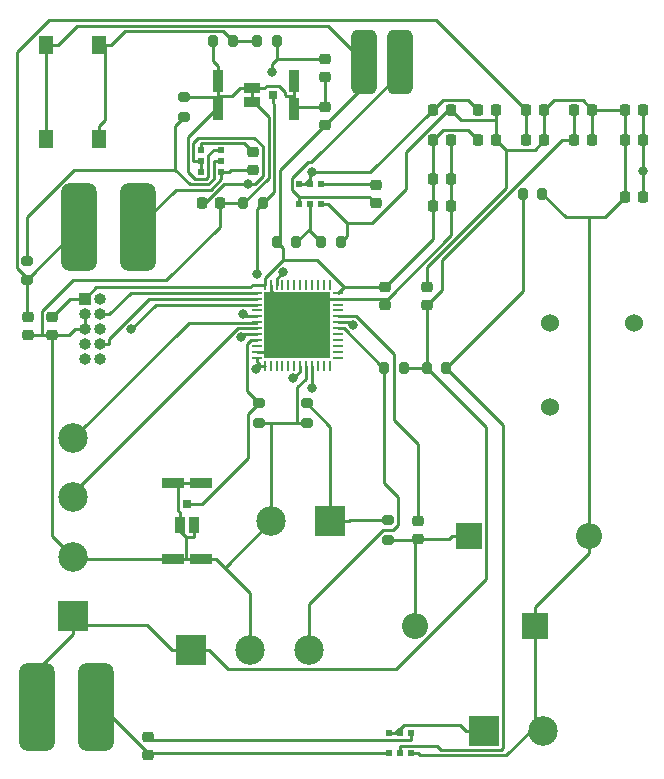
<source format=gbr>
%TF.GenerationSoftware,KiCad,Pcbnew,(6.0.8)*%
%TF.CreationDate,2023-02-22T01:01:06+01:00*%
%TF.ProjectId,EECD-22-7,45454344-2d32-4322-9d37-2e6b69636164,rev?*%
%TF.SameCoordinates,Original*%
%TF.FileFunction,Copper,L1,Top*%
%TF.FilePolarity,Positive*%
%FSLAX46Y46*%
G04 Gerber Fmt 4.6, Leading zero omitted, Abs format (unit mm)*
G04 Created by KiCad (PCBNEW (6.0.8)) date 2023-02-22 01:01:06*
%MOMM*%
%LPD*%
G01*
G04 APERTURE LIST*
G04 Aperture macros list*
%AMRoundRect*
0 Rectangle with rounded corners*
0 $1 Rounding radius*
0 $2 $3 $4 $5 $6 $7 $8 $9 X,Y pos of 4 corners*
0 Add a 4 corners polygon primitive as box body*
4,1,4,$2,$3,$4,$5,$6,$7,$8,$9,$2,$3,0*
0 Add four circle primitives for the rounded corners*
1,1,$1+$1,$2,$3*
1,1,$1+$1,$4,$5*
1,1,$1+$1,$6,$7*
1,1,$1+$1,$8,$9*
0 Add four rect primitives between the rounded corners*
20,1,$1+$1,$2,$3,$4,$5,0*
20,1,$1+$1,$4,$5,$6,$7,0*
20,1,$1+$1,$6,$7,$8,$9,0*
20,1,$1+$1,$8,$9,$2,$3,0*%
G04 Aperture macros list end*
%TA.AperFunction,ComponentPad*%
%ADD10R,2.500000X2.500000*%
%TD*%
%TA.AperFunction,ComponentPad*%
%ADD11C,2.500000*%
%TD*%
%TA.AperFunction,SMDPad,CuDef*%
%ADD12RoundRect,0.225000X-0.250000X0.225000X-0.250000X-0.225000X0.250000X-0.225000X0.250000X0.225000X0*%
%TD*%
%TA.AperFunction,ComponentPad*%
%ADD13R,2.200000X2.200000*%
%TD*%
%TA.AperFunction,ComponentPad*%
%ADD14O,2.200000X2.200000*%
%TD*%
%TA.AperFunction,SMDPad,CuDef*%
%ADD15RoundRect,0.225000X-0.225000X-0.250000X0.225000X-0.250000X0.225000X0.250000X-0.225000X0.250000X0*%
%TD*%
%TA.AperFunction,SMDPad,CuDef*%
%ADD16RoundRect,0.225000X0.250000X-0.225000X0.250000X0.225000X-0.250000X0.225000X-0.250000X-0.225000X0*%
%TD*%
%TA.AperFunction,ComponentPad*%
%ADD17R,1.000000X1.000000*%
%TD*%
%TA.AperFunction,ComponentPad*%
%ADD18O,1.000000X1.000000*%
%TD*%
%TA.AperFunction,SMDPad,CuDef*%
%ADD19RoundRect,0.200000X-0.200000X-0.275000X0.200000X-0.275000X0.200000X0.275000X-0.200000X0.275000X0*%
%TD*%
%TA.AperFunction,SMDPad,CuDef*%
%ADD20RoundRect,0.200000X0.200000X0.275000X-0.200000X0.275000X-0.200000X-0.275000X0.200000X-0.275000X0*%
%TD*%
%TA.AperFunction,ComponentPad*%
%ADD21C,1.524000*%
%TD*%
%TA.AperFunction,SMDPad,CuDef*%
%ADD22RoundRect,0.200000X0.275000X-0.200000X0.275000X0.200000X-0.275000X0.200000X-0.275000X-0.200000X0*%
%TD*%
%TA.AperFunction,SMDPad,CuDef*%
%ADD23RoundRect,0.225000X0.225000X0.250000X-0.225000X0.250000X-0.225000X-0.250000X0.225000X-0.250000X0*%
%TD*%
%TA.AperFunction,SMDPad,CuDef*%
%ADD24RoundRect,0.750000X0.750000X3.000000X-0.750000X3.000000X-0.750000X-3.000000X0.750000X-3.000000X0*%
%TD*%
%TA.AperFunction,SMDPad,CuDef*%
%ADD25R,1.300000X1.550000*%
%TD*%
%TA.AperFunction,SMDPad,CuDef*%
%ADD26R,0.500000X0.625000*%
%TD*%
%TA.AperFunction,SMDPad,CuDef*%
%ADD27RoundRect,0.537500X0.537500X2.212500X-0.537500X2.212500X-0.537500X-2.212500X0.537500X-2.212500X0*%
%TD*%
%TA.AperFunction,SMDPad,CuDef*%
%ADD28RoundRect,0.062500X0.062500X-0.375000X0.062500X0.375000X-0.062500X0.375000X-0.062500X-0.375000X0*%
%TD*%
%TA.AperFunction,SMDPad,CuDef*%
%ADD29RoundRect,0.062500X0.375000X-0.062500X0.375000X0.062500X-0.375000X0.062500X-0.375000X-0.062500X0*%
%TD*%
%TA.AperFunction,SMDPad,CuDef*%
%ADD30R,5.600000X5.600000*%
%TD*%
%TA.AperFunction,SMDPad,CuDef*%
%ADD31R,0.625000X0.500000*%
%TD*%
%TA.AperFunction,SMDPad,CuDef*%
%ADD32RoundRect,0.200000X-0.275000X0.200000X-0.275000X-0.200000X0.275000X-0.200000X0.275000X0.200000X0*%
%TD*%
%TA.AperFunction,SMDPad,CuDef*%
%ADD33R,0.900000X1.850000*%
%TD*%
%TA.AperFunction,SMDPad,CuDef*%
%ADD34R,0.750000X0.750000*%
%TD*%
%TA.AperFunction,SMDPad,CuDef*%
%ADD35R,1.450000X0.870000*%
%TD*%
%TA.AperFunction,SMDPad,CuDef*%
%ADD36R,1.850000X0.900000*%
%TD*%
%TA.AperFunction,SMDPad,CuDef*%
%ADD37R,0.870000X1.450000*%
%TD*%
%TA.AperFunction,ViaPad*%
%ADD38C,0.800000*%
%TD*%
%TA.AperFunction,Conductor*%
%ADD39C,0.250000*%
%TD*%
G04 APERTURE END LIST*
D10*
%TO.P,J3,1,Pin_1*%
%TO.N,+BATT*%
X131866000Y-145034000D03*
D11*
%TO.P,J3,2,Pin_2*%
%TO.N,GND12V*%
X136866000Y-145034000D03*
%TD*%
D12*
%TO.P,C7,1*%
%TO.N,+3.3V*%
X95250000Y-109969000D03*
%TO.P,C7,2*%
%TO.N,GND12V*%
X95250000Y-111519000D03*
%TD*%
D13*
%TO.P,D1,1,K*%
%TO.N,GND12V*%
X136144000Y-136144000D03*
D14*
%TO.P,D1,2,A*%
%TO.N,Net-(C5-Pad2)*%
X125984000Y-136144000D03*
%TD*%
D15*
%TO.P,C20,1*%
%TO.N,+3.3V*%
X127508000Y-94996000D03*
%TO.P,C20,2*%
%TO.N,3.3V_GND*%
X129058000Y-94996000D03*
%TD*%
D16*
%TO.P,C15,1*%
%TO.N,+5V*%
X127000000Y-108979000D03*
%TO.P,C15,2*%
%TO.N,GND12V*%
X127000000Y-107429000D03*
%TD*%
D15*
%TO.P,C17,1*%
%TO.N,+BATT*%
X107937000Y-100330000D03*
%TO.P,C17,2*%
%TO.N,GND12V*%
X109487000Y-100330000D03*
%TD*%
D17*
%TO.P,J4,1,VTref*%
%TO.N,+3.3V*%
X98017000Y-108448000D03*
D18*
%TO.P,J4,2,SWDIO/TMS*%
%TO.N,SWDIO*%
X99287000Y-108448000D03*
%TO.P,J4,3,GND*%
%TO.N,GND12V*%
X98017000Y-109718000D03*
%TO.P,J4,4,SWDCLK/TCK*%
%TO.N,SWDLK*%
X99287000Y-109718000D03*
%TO.P,J4,5,GND*%
%TO.N,GND12V*%
X98017000Y-110988000D03*
%TO.P,J4,6,SWO/TDO*%
%TO.N,TDO*%
X99287000Y-110988000D03*
%TO.P,J4,7,KEY*%
%TO.N,unconnected-(J4-Pad7)*%
X98017000Y-112258000D03*
%TO.P,J4,8,NC/TDI*%
%TO.N,TDI*%
X99287000Y-112258000D03*
%TO.P,J4,9,GNDDetect*%
%TO.N,unconnected-(J4-Pad9)*%
X98017000Y-113528000D03*
%TO.P,J4,10,~{RESET}*%
%TO.N,RST*%
X99287000Y-113528000D03*
%TD*%
D15*
%TO.P,C23,1*%
%TO.N,+3.3V*%
X131318000Y-94996000D03*
%TO.P,C23,2*%
%TO.N,GND12V*%
X132868000Y-94996000D03*
%TD*%
D19*
%TO.P,R5,1*%
%TO.N,Net-(R4-Pad2)*%
X118047000Y-103632000D03*
%TO.P,R5,2*%
%TO.N,GND12V*%
X119697000Y-103632000D03*
%TD*%
D20*
%TO.P,R1,1*%
%TO.N,+5V*%
X125031000Y-114300000D03*
%TO.P,R1,2*%
%TO.N,temper*%
X123381000Y-114300000D03*
%TD*%
D21*
%TO.P,U1,1,IN_M12*%
%TO.N,Net-(U1-Pad1)*%
X144505000Y-110511000D03*
%TO.P,U1,2,OUT_PCB\u002C*%
%TO.N,pres*%
X137435000Y-110511000D03*
%TO.P,U1,3,GND_M12*%
%TO.N,Net-(U1-Pad3)*%
X137435000Y-117581000D03*
%TD*%
D19*
%TO.P,R10,1*%
%TO.N,Net-(R10-Pad1)*%
X135128000Y-99568000D03*
%TO.P,R10,2*%
%TO.N,GND12V*%
X136778000Y-99568000D03*
%TD*%
D22*
%TO.P,R11,1*%
%TO.N,GND12V*%
X112776000Y-118935000D03*
%TO.P,R11,2*%
%TO.N,peri_power_2*%
X112776000Y-117285000D03*
%TD*%
D20*
%TO.P,R13,1*%
%TO.N,Net-(R12-Pad2)*%
X110553000Y-86614000D03*
%TO.P,R13,2*%
%TO.N,GND12V*%
X108903000Y-86614000D03*
%TD*%
D16*
%TO.P,C18,1*%
%TO.N,GND12V*%
X118364000Y-89688000D03*
%TO.P,C18,2*%
%TO.N,Net-(C18-Pad2)*%
X118364000Y-88138000D03*
%TD*%
D23*
%TO.P,C9,1*%
%TO.N,+BATT*%
X145301000Y-99822000D03*
%TO.P,C9,2*%
%TO.N,GND12V*%
X143751000Y-99822000D03*
%TD*%
D24*
%TO.P,L2,1,1*%
%TO.N,Net-(C10-Pad1)*%
X102576000Y-102362000D03*
%TO.P,L2,2,2*%
%TO.N,+12V*%
X97576000Y-102362000D03*
%TD*%
D15*
%TO.P,C4,1*%
%TO.N,+5V*%
X139446000Y-92456000D03*
%TO.P,C4,2*%
%TO.N,GND12V*%
X140996000Y-92456000D03*
%TD*%
%TO.P,C2,1*%
%TO.N,+12V*%
X135382000Y-94996000D03*
%TO.P,C2,2*%
%TO.N,GND12V*%
X136932000Y-94996000D03*
%TD*%
D13*
%TO.P,D2,1,K*%
%TO.N,Net-(C5-Pad2)*%
X130556000Y-128524000D03*
D14*
%TO.P,D2,2,A*%
%TO.N,GND12V*%
X140716000Y-128524000D03*
%TD*%
D15*
%TO.P,C13,1*%
%TO.N,+BATT*%
X127482000Y-92456000D03*
%TO.P,C13,2*%
%TO.N,GND12V*%
X129032000Y-92456000D03*
%TD*%
D25*
%TO.P,SW1,1,1*%
%TO.N,+3.3V*%
X94778000Y-94907000D03*
X94778000Y-86957000D03*
%TO.P,SW1,2,2*%
%TO.N,Net-(R12-Pad2)*%
X99278000Y-94907000D03*
X99278000Y-86957000D03*
%TD*%
D16*
%TO.P,C10,1*%
%TO.N,Net-(C10-Pad1)*%
X112268000Y-97549000D03*
%TO.P,C10,2*%
%TO.N,Net-(C10-Pad2)*%
X112268000Y-95999000D03*
%TD*%
D15*
%TO.P,C21,1*%
%TO.N,+3.3V*%
X127495000Y-98298000D03*
%TO.P,C21,2*%
%TO.N,3.3V_GND*%
X129045000Y-98298000D03*
%TD*%
D19*
%TO.P,R9,1*%
%TO.N,+5V*%
X127000000Y-114300000D03*
%TO.P,R9,2*%
%TO.N,Net-(R10-Pad1)*%
X128650000Y-114300000D03*
%TD*%
D16*
%TO.P,C6,1*%
%TO.N,Net-(C6-Pad1)*%
X122682000Y-100356000D03*
%TO.P,C6,2*%
%TO.N,Net-(C6-Pad2)*%
X122682000Y-98806000D03*
%TD*%
D26*
%TO.P,U7,1,CB*%
%TO.N,Net-(C6-Pad2)*%
X118044000Y-98693000D03*
%TO.P,U7,2,VIN*%
%TO.N,+BATT*%
X117094000Y-98693000D03*
%TO.P,U7,3,EN*%
X116144000Y-98693000D03*
%TO.P,U7,4,SW*%
%TO.N,Net-(C6-Pad1)*%
X116144000Y-100443000D03*
%TO.P,U7,5,FB*%
%TO.N,Net-(R4-Pad2)*%
X117094000Y-100443000D03*
%TO.P,U7,6,GND*%
%TO.N,GND12V*%
X118044000Y-100443000D03*
%TD*%
D27*
%TO.P,L1,1,1*%
%TO.N,Net-(C6-Pad1)*%
X124690000Y-88392000D03*
%TO.P,L1,2,2*%
%TO.N,+3.3V*%
X121690000Y-88392000D03*
%TD*%
D22*
%TO.P,R6,1*%
%TO.N,+12V*%
X93140000Y-106857000D03*
%TO.P,R6,2*%
%TO.N,Net-(R6-Pad2)*%
X93140000Y-105207000D03*
%TD*%
D26*
%TO.P,U9,1,CB*%
%TO.N,Net-(C14-Pad2)*%
X125664000Y-145175000D03*
%TO.P,U9,2,VIN*%
%TO.N,+BATT*%
X124714000Y-145175000D03*
%TO.P,U9,3,EN*%
X123764000Y-145175000D03*
%TO.P,U9,4,SW*%
%TO.N,Net-(C14-Pad1)*%
X123764000Y-146925000D03*
%TO.P,U9,5,FB*%
%TO.N,Net-(R10-Pad1)*%
X124714000Y-146925000D03*
%TO.P,U9,6,GND*%
%TO.N,GND12V*%
X125664000Y-146925000D03*
%TD*%
D22*
%TO.P,R7,1*%
%TO.N,Net-(R6-Pad2)*%
X106426000Y-93027000D03*
%TO.P,R7,2*%
%TO.N,GND12V*%
X106426000Y-91377000D03*
%TD*%
D15*
%TO.P,C1,1*%
%TO.N,+5V*%
X139433000Y-94996000D03*
%TO.P,C1,2*%
%TO.N,GND12V*%
X140983000Y-94996000D03*
%TD*%
D28*
%TO.P,U10,1,VBAT*%
%TO.N,+3.3V*%
X113266000Y-114113500D03*
%TO.P,U10,2,PC13*%
%TO.N,unconnected-(U10-Pad2)*%
X113766000Y-114113500D03*
%TO.P,U10,3,PC14*%
%TO.N,unconnected-(U10-Pad3)*%
X114266000Y-114113500D03*
%TO.P,U10,4,PC15*%
%TO.N,unconnected-(U10-Pad4)*%
X114766000Y-114113500D03*
%TO.P,U10,5,PD0*%
%TO.N,unconnected-(U10-Pad5)*%
X115266000Y-114113500D03*
%TO.P,U10,6,PD1*%
%TO.N,unconnected-(U10-Pad6)*%
X115766000Y-114113500D03*
%TO.P,U10,7,NRST*%
%TO.N,RST*%
X116266000Y-114113500D03*
%TO.P,U10,8,VSSA*%
%TO.N,GND12V*%
X116766000Y-114113500D03*
%TO.P,U10,9,VDDA*%
%TO.N,+3.3V*%
X117266000Y-114113500D03*
%TO.P,U10,10,PA0*%
%TO.N,unconnected-(U10-Pad10)*%
X117766000Y-114113500D03*
%TO.P,U10,11,PA1*%
%TO.N,unconnected-(U10-Pad11)*%
X118266000Y-114113500D03*
%TO.P,U10,12,PA2*%
%TO.N,unconnected-(U10-Pad12)*%
X118766000Y-114113500D03*
D29*
%TO.P,U10,13,PA3*%
%TO.N,unconnected-(U10-Pad13)*%
X119453500Y-113426000D03*
%TO.P,U10,14,PA4*%
%TO.N,unconnected-(U10-Pad14)*%
X119453500Y-112926000D03*
%TO.P,U10,15,PA5*%
%TO.N,unconnected-(U10-Pad15)*%
X119453500Y-112426000D03*
%TO.P,U10,16,PA6*%
%TO.N,unconnected-(U10-Pad16)*%
X119453500Y-111926000D03*
%TO.P,U10,17,PA7*%
%TO.N,unconnected-(U10-Pad17)*%
X119453500Y-111426000D03*
%TO.P,U10,18,PB0*%
%TO.N,temper*%
X119453500Y-110926000D03*
%TO.P,U10,19,PB1*%
%TO.N,pres*%
X119453500Y-110426000D03*
%TO.P,U10,20,PB2*%
%TO.N,acoustic*%
X119453500Y-109926000D03*
%TO.P,U10,21,PB10*%
%TO.N,unconnected-(U10-Pad21)*%
X119453500Y-109426000D03*
%TO.P,U10,22,PB11*%
%TO.N,unconnected-(U10-Pad22)*%
X119453500Y-108926000D03*
%TO.P,U10,23,VSS*%
%TO.N,3.3V_GND*%
X119453500Y-108426000D03*
%TO.P,U10,24,VDD*%
%TO.N,+3.3V*%
X119453500Y-107926000D03*
D28*
%TO.P,U10,25,PB12*%
%TO.N,unconnected-(U10-Pad25)*%
X118766000Y-107238500D03*
%TO.P,U10,26,PB13*%
%TO.N,unconnected-(U10-Pad26)*%
X118266000Y-107238500D03*
%TO.P,U10,27,PB14*%
%TO.N,unconnected-(U10-Pad27)*%
X117766000Y-107238500D03*
%TO.P,U10,28,PB15*%
%TO.N,unconnected-(U10-Pad28)*%
X117266000Y-107238500D03*
%TO.P,U10,29,PA8*%
%TO.N,unconnected-(U10-Pad29)*%
X116766000Y-107238500D03*
%TO.P,U10,30,PA9*%
%TO.N,unconnected-(U10-Pad30)*%
X116266000Y-107238500D03*
%TO.P,U10,31,PA10*%
%TO.N,unconnected-(U10-Pad31)*%
X115766000Y-107238500D03*
%TO.P,U10,32,PA11*%
%TO.N,unconnected-(U10-Pad32)*%
X115266000Y-107238500D03*
%TO.P,U10,33,PA12*%
%TO.N,unconnected-(U10-Pad33)*%
X114766000Y-107238500D03*
%TO.P,U10,34,PA13*%
%TO.N,SWDIO*%
X114266000Y-107238500D03*
%TO.P,U10,35,VSS*%
%TO.N,3.3V_GND*%
X113766000Y-107238500D03*
%TO.P,U10,36,VDD*%
%TO.N,+3.3V*%
X113266000Y-107238500D03*
D29*
%TO.P,U10,37,PA14*%
%TO.N,SWDLK*%
X112578500Y-107926000D03*
%TO.P,U10,38,PA15*%
%TO.N,TDI*%
X112578500Y-108426000D03*
%TO.P,U10,39,PB3*%
%TO.N,TDO*%
X112578500Y-108926000D03*
%TO.P,U10,40,PB4*%
%TO.N,ch4_B*%
X112578500Y-109426000D03*
%TO.P,U10,41,PB5*%
%TO.N,peri_power_1*%
X112578500Y-109926000D03*
%TO.P,U10,42,PB6*%
%TO.N,I2C_1_CLK*%
X112578500Y-110426000D03*
%TO.P,U10,43,PB7*%
%TO.N,I2C_1_SDA*%
X112578500Y-110926000D03*
%TO.P,U10,44,BOOT0*%
%TO.N,Net-(C18-Pad2)*%
X112578500Y-111426000D03*
%TO.P,U10,45,PB8*%
%TO.N,peri_power_2*%
X112578500Y-111926000D03*
%TO.P,U10,46,PB9*%
%TO.N,ch4_A*%
X112578500Y-112426000D03*
%TO.P,U10,47,VSS*%
%TO.N,3.3V_GND*%
X112578500Y-112926000D03*
%TO.P,U10,48,VDD*%
%TO.N,+3.3V*%
X112578500Y-113426000D03*
D30*
%TO.P,U10,49,VSS*%
%TO.N,3.3V_GND*%
X116016000Y-110676000D03*
%TD*%
D10*
%TO.P,J1,1,Pin_1*%
%TO.N,+5V*%
X107014000Y-138176000D03*
D11*
%TO.P,J1,2,Pin_2*%
%TO.N,GND12V*%
X112014000Y-138176000D03*
%TO.P,J1,3,Pin_3*%
%TO.N,temper*%
X117014000Y-138176000D03*
%TD*%
D15*
%TO.P,C3,1*%
%TO.N,+12V*%
X135369000Y-92456000D03*
%TO.P,C3,2*%
%TO.N,GND12V*%
X136919000Y-92456000D03*
%TD*%
D31*
%TO.P,U8,1,CB*%
%TO.N,Net-(C10-Pad2)*%
X107837000Y-95824000D03*
%TO.P,U8,2,VIN*%
%TO.N,+BATT*%
X107837000Y-96774000D03*
%TO.P,U8,3,EN*%
X107837000Y-97724000D03*
%TO.P,U8,4,SW*%
%TO.N,Net-(C10-Pad1)*%
X109587000Y-97724000D03*
%TO.P,U8,5,FB*%
%TO.N,Net-(R6-Pad2)*%
X109587000Y-96774000D03*
%TO.P,U8,6,GND*%
%TO.N,GND12V*%
X109587000Y-95824000D03*
%TD*%
D24*
%TO.P,L3,1,1*%
%TO.N,Net-(C14-Pad1)*%
X99020000Y-143002000D03*
%TO.P,L3,2,2*%
%TO.N,+5V*%
X94020000Y-143002000D03*
%TD*%
D20*
%TO.P,R12,1*%
%TO.N,Net-(C18-Pad2)*%
X114300000Y-86614000D03*
%TO.P,R12,2*%
%TO.N,Net-(R12-Pad2)*%
X112650000Y-86614000D03*
%TD*%
D23*
%TO.P,C16,1*%
%TO.N,+BATT*%
X145301000Y-94996000D03*
%TO.P,C16,2*%
%TO.N,GND12V*%
X143751000Y-94996000D03*
%TD*%
D12*
%TO.P,C22,1*%
%TO.N,+3.3V*%
X123444000Y-107429000D03*
%TO.P,C22,2*%
%TO.N,3.3V_GND*%
X123444000Y-108979000D03*
%TD*%
D22*
%TO.P,R2,1*%
%TO.N,Net-(C5-Pad2)*%
X123698000Y-128841000D03*
%TO.P,R2,2*%
%TO.N,Net-(BZ1-Pad1)*%
X123698000Y-127191000D03*
%TD*%
D16*
%TO.P,C14,1*%
%TO.N,Net-(C14-Pad1)*%
X103378000Y-147079000D03*
%TO.P,C14,2*%
%TO.N,Net-(C14-Pad2)*%
X103378000Y-145529000D03*
%TD*%
D12*
%TO.P,C11,1*%
%TO.N,+12V*%
X93218000Y-109969000D03*
%TO.P,C11,2*%
%TO.N,GND12V*%
X93218000Y-111519000D03*
%TD*%
D23*
%TO.P,C8,1*%
%TO.N,+BATT*%
X145301000Y-92456000D03*
%TO.P,C8,2*%
%TO.N,GND12V*%
X143751000Y-92456000D03*
%TD*%
D16*
%TO.P,C24,1*%
%TO.N,+3.3V*%
X118364000Y-93726000D03*
%TO.P,C24,2*%
%TO.N,GND12V*%
X118364000Y-92176000D03*
%TD*%
D10*
%TO.P,J5,1,Pin_1*%
%TO.N,Net-(BZ1-Pad1)*%
X118832000Y-127254000D03*
D11*
%TO.P,J5,2,Pin_2*%
%TO.N,GND12V*%
X113832000Y-127254000D03*
%TD*%
D32*
%TO.P,R3,1*%
%TO.N,Net-(BZ1-Pad1)*%
X116840000Y-117285000D03*
%TO.P,R3,2*%
%TO.N,GND12V*%
X116840000Y-118935000D03*
%TD*%
D19*
%TO.P,R8,1*%
%TO.N,GND12V*%
X111443000Y-100330000D03*
%TO.P,R8,2*%
%TO.N,peri_power_1*%
X113093000Y-100330000D03*
%TD*%
%TO.P,R4,1*%
%TO.N,+3.3V*%
X114300000Y-103632000D03*
%TO.P,R4,2*%
%TO.N,Net-(R4-Pad2)*%
X115950000Y-103632000D03*
%TD*%
D12*
%TO.P,C5,1*%
%TO.N,acoustic*%
X126238000Y-127228000D03*
%TO.P,C5,2*%
%TO.N,Net-(C5-Pad2)*%
X126238000Y-128778000D03*
%TD*%
D15*
%TO.P,C19,1*%
%TO.N,+3.3V*%
X127495000Y-100584000D03*
%TO.P,C19,2*%
%TO.N,3.3V_GND*%
X129045000Y-100584000D03*
%TD*%
D33*
%TO.P,Q1,1,D*%
%TO.N,GND12V*%
X109322000Y-92361000D03*
X115722000Y-92361000D03*
X109322000Y-90011000D03*
X115722000Y-90011000D03*
D34*
%TO.P,Q1,2,G*%
%TO.N,peri_power_1*%
X113972000Y-91186000D03*
D35*
%TO.P,Q1,3,S*%
%TO.N,GND12V*%
X112222000Y-91796000D03*
X112222000Y-90576000D03*
%TD*%
D10*
%TO.P,J2,1,Pin_1*%
%TO.N,+5V*%
X97028000Y-135262000D03*
D11*
%TO.P,J2,2,Pin_2*%
%TO.N,GND12V*%
X97028000Y-130262000D03*
%TO.P,J2,3,Pin_3*%
%TO.N,I2C_1_SDA*%
X97028000Y-125262000D03*
%TO.P,J2,4,Pin_4*%
%TO.N,I2C_1_CLK*%
X97028000Y-120262000D03*
%TD*%
D36*
%TO.P,Q2,1,D*%
%TO.N,GND12V*%
X107855000Y-130454000D03*
X105505000Y-124054000D03*
X107855000Y-124054000D03*
X105505000Y-130454000D03*
D34*
%TO.P,Q2,2,G*%
%TO.N,peri_power_2*%
X106680000Y-125804000D03*
D37*
%TO.P,Q2,3,S*%
%TO.N,GND12V*%
X107290000Y-127554000D03*
X106070000Y-127554000D03*
%TD*%
D15*
%TO.P,C12,1*%
%TO.N,+BATT*%
X131331000Y-92456000D03*
%TO.P,C12,2*%
%TO.N,GND12V*%
X132881000Y-92456000D03*
%TD*%
D38*
%TO.N,Net-(C18-Pad2)*%
X113898000Y-89202000D03*
X111301500Y-111635900D03*
%TO.N,pres*%
X120724800Y-110677000D03*
%TO.N,peri_power_1*%
X112591200Y-106348700D03*
X111438100Y-109734900D03*
%TO.N,RST*%
X115695500Y-115175600D03*
%TO.N,TDO*%
X101976700Y-110987000D03*
%TO.N,SWDIO*%
X114817600Y-106186000D03*
%TO.N,+3.3V*%
X112534000Y-114362900D03*
X117266000Y-115957800D03*
%TO.N,+BATT*%
X117263300Y-97746600D03*
X145301000Y-97586800D03*
X111831500Y-98691400D03*
%TD*%
D39*
%TO.N,GND12V*%
X104944000Y-106892000D02*
X109487000Y-102349000D01*
X109487000Y-102349000D02*
X109487000Y-100330000D01*
X97036800Y-106892000D02*
X104944000Y-106892000D01*
X94424500Y-109504300D02*
X97036800Y-106892000D01*
X94424500Y-111519000D02*
X94424500Y-109504300D01*
%TO.N,Net-(R12-Pad2)*%
X112650000Y-86614000D02*
X110553000Y-86614000D01*
X101412500Y-85797800D02*
X100253300Y-86957000D01*
X109736800Y-85797800D02*
X101412500Y-85797800D01*
X110553000Y-86614000D02*
X109736800Y-85797800D01*
X99278000Y-86957000D02*
X99765700Y-86957000D01*
X99765700Y-86957000D02*
X100253300Y-86957000D01*
X99765700Y-93319000D02*
X99278000Y-93806700D01*
X99765700Y-86957000D02*
X99765700Y-93319000D01*
X99278000Y-94907000D02*
X99278000Y-93806700D01*
%TO.N,Net-(BZ1-Pad1)*%
X120470300Y-127191000D02*
X120407300Y-127254000D01*
X123698000Y-127191000D02*
X120470300Y-127191000D01*
X118832000Y-127254000D02*
X120407300Y-127254000D01*
X118832000Y-119277000D02*
X118832000Y-127254000D01*
X116840000Y-117285000D02*
X118832000Y-119277000D01*
%TO.N,Net-(C18-Pad2)*%
X111511400Y-111426000D02*
X112578500Y-111426000D01*
X111301500Y-111635900D02*
X111511400Y-111426000D01*
X113898000Y-88540000D02*
X113898000Y-89202000D01*
X114300000Y-88138000D02*
X113898000Y-88540000D01*
X114300000Y-86614000D02*
X114300000Y-88138000D01*
X114300000Y-88138000D02*
X118364000Y-88138000D01*
%TO.N,3.3V_GND*%
X129058000Y-98285000D02*
X129058000Y-94996000D01*
X129045000Y-98298000D02*
X129058000Y-98285000D01*
X113766000Y-107746800D02*
X113766000Y-107238500D01*
X116355600Y-110336400D02*
X113766000Y-107746800D01*
X118266000Y-108426000D02*
X119453500Y-108426000D01*
X116355600Y-110336400D02*
X118266000Y-108426000D01*
X129045000Y-98298000D02*
X129045000Y-100584000D01*
X123444000Y-108426000D02*
X119453500Y-108426000D01*
X123701600Y-108426000D02*
X123444000Y-108426000D01*
X129045000Y-103082600D02*
X123701600Y-108426000D01*
X129045000Y-100584000D02*
X129045000Y-103082600D01*
X123444000Y-108426000D02*
X123444000Y-108979000D01*
X116355600Y-110336400D02*
X116016000Y-110676000D01*
X113766000Y-112926000D02*
X112578500Y-112926000D01*
X116016000Y-110676000D02*
X113766000Y-112926000D01*
%TO.N,acoustic*%
X121018400Y-109926000D02*
X119453500Y-109926000D01*
X124206000Y-113113600D02*
X121018400Y-109926000D01*
X124206000Y-118719400D02*
X124206000Y-113113600D01*
X126238000Y-120751400D02*
X124206000Y-118719400D01*
X126238000Y-127228000D02*
X126238000Y-120751400D01*
%TO.N,pres*%
X120473800Y-110426000D02*
X120724800Y-110677000D01*
X119453500Y-110426000D02*
X120473800Y-110426000D01*
%TO.N,Net-(R10-Pad1)*%
X124714000Y-146925000D02*
X124714000Y-146287200D01*
X133454800Y-119104800D02*
X128650000Y-114300000D01*
X133454800Y-146464600D02*
X133454800Y-119104800D01*
X133301700Y-146617700D02*
X133454800Y-146464600D01*
X128182700Y-146617700D02*
X133301700Y-146617700D01*
X127852200Y-146287200D02*
X128182700Y-146617700D01*
X124714000Y-146287200D02*
X127852200Y-146287200D01*
X135128000Y-107822000D02*
X128650000Y-114300000D01*
X135128000Y-99568000D02*
X135128000Y-107822000D01*
%TO.N,Net-(C14-Pad2)*%
X103661800Y-145812800D02*
X125664000Y-145812800D01*
X103378000Y-145529000D02*
X103661800Y-145812800D01*
X125664000Y-145175000D02*
X125664000Y-145812800D01*
%TO.N,Net-(R6-Pad2)*%
X109587000Y-96774000D02*
X108949200Y-96774000D01*
X93140000Y-101511400D02*
X93140000Y-105207000D01*
X97127800Y-97523600D02*
X93140000Y-101511400D01*
X105678400Y-97523600D02*
X97127800Y-97523600D01*
X105678400Y-93774600D02*
X105678400Y-97523600D01*
X106426000Y-93027000D02*
X105678400Y-93774600D01*
X108949200Y-98271300D02*
X108949200Y-96774000D01*
X108470900Y-98749600D02*
X108949200Y-98271300D01*
X106904400Y-98749600D02*
X108470900Y-98749600D01*
X105678400Y-97523600D02*
X106904400Y-98749600D01*
%TO.N,Net-(C10-Pad2)*%
X111517700Y-95248700D02*
X112268000Y-95999000D01*
X107837000Y-95248700D02*
X111517700Y-95248700D01*
X107837000Y-95824000D02*
X107837000Y-95248700D01*
%TO.N,Net-(R4-Pad2)*%
X116998500Y-102583500D02*
X118047000Y-103632000D01*
X115950000Y-103632000D02*
X116998500Y-102583500D01*
X117094000Y-102488000D02*
X117094000Y-100443000D01*
X116998500Y-102583500D02*
X117094000Y-102488000D01*
%TO.N,Net-(C6-Pad2)*%
X122569000Y-98693000D02*
X122682000Y-98806000D01*
X118044000Y-98693000D02*
X122569000Y-98693000D01*
%TO.N,peri_power_2*%
X111852200Y-118208800D02*
X112776000Y-117285000D01*
X111852200Y-121925500D02*
X111852200Y-118208800D01*
X107973700Y-125804000D02*
X111852200Y-121925500D01*
X106680000Y-125804000D02*
X107973700Y-125804000D01*
X111764800Y-116273800D02*
X112776000Y-117285000D01*
X111764800Y-112238900D02*
X111764800Y-116273800D01*
X112077700Y-111926000D02*
X111764800Y-112238900D01*
X112578500Y-111926000D02*
X112077700Y-111926000D01*
%TO.N,peri_power_1*%
X112591200Y-100831800D02*
X112591200Y-106348700D01*
X113093000Y-100330000D02*
X112591200Y-100831800D01*
X111629200Y-109926000D02*
X111438100Y-109734900D01*
X112578500Y-109926000D02*
X111629200Y-109926000D01*
X114042700Y-99380300D02*
X113093000Y-100330000D01*
X114042700Y-91957000D02*
X114042700Y-99380300D01*
X113972000Y-91886300D02*
X114042700Y-91957000D01*
X113972000Y-91186000D02*
X113972000Y-91886300D01*
%TO.N,Net-(C14-Pad1)*%
X123764000Y-146925000D02*
X123188700Y-146925000D01*
X103378000Y-147079000D02*
X103378000Y-146925500D01*
X99454500Y-143002000D02*
X103378000Y-146925500D01*
X99020000Y-143002000D02*
X99454500Y-143002000D01*
X123188200Y-146925500D02*
X123188700Y-146925000D01*
X103378000Y-146925500D02*
X123188200Y-146925500D01*
%TO.N,+12V*%
X93140000Y-109891000D02*
X93218000Y-109969000D01*
X93140000Y-106857000D02*
X93140000Y-109891000D01*
X135382000Y-92469000D02*
X135382000Y-94996000D01*
X135369000Y-92456000D02*
X135382000Y-92469000D01*
X93140000Y-106857000D02*
X93140000Y-106655200D01*
X93282800Y-106655200D02*
X93140000Y-106655200D01*
X97576000Y-102362000D02*
X93282800Y-106655200D01*
X127742700Y-84829700D02*
X135369000Y-92456000D01*
X95016700Y-84829700D02*
X127742700Y-84829700D01*
X92319200Y-87527200D02*
X95016700Y-84829700D01*
X92319200Y-105834400D02*
X92319200Y-87527200D01*
X93140000Y-106655200D02*
X92319200Y-105834400D01*
%TO.N,Net-(C10-Pad1)*%
X110399800Y-97549000D02*
X112268000Y-97549000D01*
X110224800Y-97724000D02*
X110399800Y-97549000D01*
X109587000Y-97724000D02*
X110224800Y-97724000D01*
X109587000Y-97724000D02*
X109587000Y-98299300D01*
X108686400Y-99199900D02*
X109587000Y-98299300D01*
X105738100Y-99199900D02*
X108686400Y-99199900D01*
X102576000Y-102362000D02*
X105738100Y-99199900D01*
%TO.N,Net-(C6-Pad1)*%
X116144000Y-100443000D02*
X116144000Y-99805200D01*
X122131200Y-99805200D02*
X116144000Y-99805200D01*
X122682000Y-100356000D02*
X122131200Y-99805200D01*
X115568600Y-99229800D02*
X116144000Y-99805200D01*
X115568600Y-98219300D02*
X115568600Y-99229800D01*
X116907900Y-96880000D02*
X115568600Y-98219300D01*
X117179300Y-96880000D02*
X116907900Y-96880000D01*
X124690000Y-89369300D02*
X117179300Y-96880000D01*
X124690000Y-88392000D02*
X124690000Y-89369300D01*
%TO.N,RST*%
X116266000Y-114605100D02*
X115695500Y-115175600D01*
X116266000Y-114113500D02*
X116266000Y-114605100D01*
%TO.N,TDI*%
X99287000Y-112258000D02*
X100112300Y-112258000D01*
X100112300Y-111825700D02*
X100112300Y-112258000D01*
X103512000Y-108426000D02*
X100112300Y-111825700D01*
X112578500Y-108426000D02*
X103512000Y-108426000D01*
%TO.N,TDO*%
X104037700Y-108926000D02*
X101976700Y-110987000D01*
X112578500Y-108926000D02*
X104037700Y-108926000D01*
%TO.N,SWDLK*%
X99287000Y-109718000D02*
X100112300Y-109718000D01*
X101904300Y-107926000D02*
X100112300Y-109718000D01*
X112578500Y-107926000D02*
X101904300Y-107926000D01*
%TO.N,SWDIO*%
X114266000Y-106737600D02*
X114817600Y-106186000D01*
X114266000Y-107238500D02*
X114266000Y-106737600D01*
%TO.N,+3.3V*%
X127495000Y-100584000D02*
X127495000Y-98298000D01*
X127495000Y-95009000D02*
X127508000Y-94996000D01*
X127495000Y-98298000D02*
X127495000Y-95009000D01*
X128345900Y-94158100D02*
X127508000Y-94996000D01*
X130480100Y-94158100D02*
X128345900Y-94158100D01*
X131318000Y-94996000D02*
X130480100Y-94158100D01*
X94778000Y-86957000D02*
X94778000Y-94907000D01*
X96771000Y-108448000D02*
X98017000Y-108448000D01*
X95250000Y-109969000D02*
X96771000Y-108448000D01*
X112252900Y-107238500D02*
X113266000Y-107238500D01*
X112015800Y-107475600D02*
X112252900Y-107238500D01*
X98989400Y-107475600D02*
X112015800Y-107475600D01*
X98017000Y-108448000D02*
X98989400Y-107475600D01*
X94778000Y-86957000D02*
X95753300Y-86957000D01*
X97377800Y-85332500D02*
X95753300Y-86957000D01*
X118630500Y-85332500D02*
X97377800Y-85332500D01*
X121690000Y-88392000D02*
X118630500Y-85332500D01*
X121690000Y-90400000D02*
X118364000Y-93726000D01*
X121690000Y-88392000D02*
X121690000Y-90400000D01*
X114563800Y-103368200D02*
X114300000Y-103632000D01*
X114563800Y-97526200D02*
X114563800Y-103368200D01*
X118364000Y-93726000D02*
X114563800Y-97526200D01*
X112578500Y-113793200D02*
X112841100Y-114055800D01*
X112578500Y-113426000D02*
X112578500Y-113793200D01*
X112534000Y-114362900D02*
X112841100Y-114055800D01*
X112898800Y-114113500D02*
X113266000Y-114113500D01*
X112841100Y-114055800D02*
X112898800Y-114113500D01*
X117266000Y-115957800D02*
X117266000Y-114113500D01*
X127495000Y-103378000D02*
X123444000Y-107429000D01*
X127495000Y-100584000D02*
X127495000Y-103378000D01*
X113266000Y-106701100D02*
X114812200Y-105154900D01*
X113266000Y-107238500D02*
X113266000Y-106701100D01*
X114812200Y-104144200D02*
X114300000Y-103632000D01*
X114812200Y-105154900D02*
X114812200Y-104144200D01*
X117676400Y-105154900D02*
X119950500Y-107429000D01*
X114812200Y-105154900D02*
X117676400Y-105154900D01*
X123444000Y-107429000D02*
X119950500Y-107429000D01*
X119950500Y-107429000D02*
X119453500Y-107926000D01*
%TO.N,+BATT*%
X124714000Y-145175000D02*
X124714000Y-144856100D01*
X124658200Y-144856100D02*
X124339300Y-145175000D01*
X124714000Y-144856100D02*
X124658200Y-144856100D01*
X123764000Y-145175000D02*
X124339300Y-145175000D01*
X125033000Y-144537100D02*
X124714000Y-144856100D01*
X129793800Y-144537100D02*
X125033000Y-144537100D01*
X130290700Y-145034000D02*
X129793800Y-144537100D01*
X131866000Y-145034000D02*
X130290700Y-145034000D01*
X145301000Y-92456000D02*
X145301000Y-94996000D01*
X128329200Y-91621800D02*
X127495000Y-92456000D01*
X130496800Y-91621800D02*
X128329200Y-91621800D01*
X131331000Y-92456000D02*
X130496800Y-91621800D01*
X145301000Y-94996000D02*
X145301000Y-97586800D01*
X145301000Y-97586800D02*
X145301000Y-99822000D01*
X117094000Y-98693000D02*
X117094000Y-98374100D01*
X117094000Y-98374100D02*
X117094000Y-98055200D01*
X117038200Y-98374100D02*
X116719300Y-98693000D01*
X117094000Y-98374100D02*
X117038200Y-98374100D01*
X116144000Y-98693000D02*
X116719300Y-98693000D01*
X108212800Y-100330000D02*
X107937000Y-100330000D01*
X109851400Y-98691400D02*
X108212800Y-100330000D01*
X111831500Y-98691400D02*
X109851400Y-98691400D01*
X107837000Y-97724000D02*
X107837000Y-96774000D01*
X112444700Y-98691400D02*
X111831500Y-98691400D01*
X113103500Y-98032600D02*
X112444700Y-98691400D01*
X113103500Y-95544600D02*
X113103500Y-98032600D01*
X112348700Y-94789800D02*
X113103500Y-95544600D01*
X107653200Y-94789800D02*
X112348700Y-94789800D01*
X107199200Y-95243800D02*
X107653200Y-94789800D01*
X107199200Y-96774000D02*
X107199200Y-95243800D01*
X107837000Y-96774000D02*
X107199200Y-96774000D01*
X117263300Y-97885900D02*
X117263300Y-97746600D01*
X117094000Y-98055200D02*
X117263300Y-97885900D01*
X122204400Y-97746600D02*
X127495000Y-92456000D01*
X117263300Y-97746600D02*
X122204400Y-97746600D01*
%TO.N,I2C_1_CLK*%
X112544300Y-110460200D02*
X112578500Y-110426000D01*
X106829800Y-110460200D02*
X112544300Y-110460200D01*
X97028000Y-120262000D02*
X106829800Y-110460200D01*
%TO.N,I2C_1_SDA*%
X97028000Y-124879000D02*
X97028000Y-125262000D01*
X110996400Y-110910600D02*
X97028000Y-124879000D01*
X112563100Y-110910600D02*
X110996400Y-110910600D01*
X112578500Y-110926000D02*
X112563100Y-110910600D01*
%TO.N,temper*%
X123381000Y-124052400D02*
X123381000Y-114300000D01*
X124529500Y-125200900D02*
X123381000Y-124052400D01*
X124529500Y-127584700D02*
X124529500Y-125200900D01*
X124098200Y-128016000D02*
X124529500Y-127584700D01*
X123300800Y-128016000D02*
X124098200Y-128016000D01*
X117014000Y-134302800D02*
X123300800Y-128016000D01*
X117014000Y-138176000D02*
X117014000Y-134302800D01*
X123322000Y-114300000D02*
X123381000Y-114300000D01*
X119948000Y-110926000D02*
X123322000Y-114300000D01*
X119453500Y-110926000D02*
X119948000Y-110926000D01*
%TO.N,+5V*%
X125031000Y-114300000D02*
X127000000Y-114300000D01*
X94020000Y-139845300D02*
X94020000Y-143002000D01*
X97028000Y-136837300D02*
X94020000Y-139845300D01*
X107014000Y-138176000D02*
X108589300Y-138176000D01*
X97028000Y-135262000D02*
X97028000Y-136049600D01*
X97028000Y-136049600D02*
X97028000Y-136837300D01*
X103312300Y-136049600D02*
X105438700Y-138176000D01*
X97028000Y-136049600D02*
X103312300Y-136049600D01*
X107014000Y-138176000D02*
X105438700Y-138176000D01*
X139433000Y-92469000D02*
X139446000Y-92456000D01*
X139433000Y-94996000D02*
X139433000Y-92469000D01*
X131981400Y-119281400D02*
X127000000Y-114300000D01*
X131981400Y-132176800D02*
X131981400Y-119281400D01*
X124386700Y-139771500D02*
X131981400Y-132176800D01*
X110184800Y-139771500D02*
X124386700Y-139771500D01*
X108589300Y-138176000D02*
X110184800Y-139771500D01*
X127000000Y-108979000D02*
X127000000Y-114300000D01*
X138452100Y-94996000D02*
X139433000Y-94996000D01*
X128276600Y-105171500D02*
X138452100Y-94996000D01*
X128276600Y-107702400D02*
X128276600Y-105171500D01*
X127000000Y-108979000D02*
X128276600Y-107702400D01*
%TO.N,Net-(C5-Pad2)*%
X130556000Y-128524000D02*
X129130700Y-128524000D01*
X128876700Y-128778000D02*
X129130700Y-128524000D01*
X126238000Y-128778000D02*
X128876700Y-128778000D01*
X125984000Y-136144000D02*
X125984000Y-134718700D01*
X125984000Y-128841000D02*
X125984000Y-134718700D01*
X126175000Y-128841000D02*
X125984000Y-128841000D01*
X126238000Y-128778000D02*
X126175000Y-128841000D01*
X125984000Y-128841000D02*
X123698000Y-128841000D01*
%TO.N,GND12V*%
X107290000Y-127554000D02*
X107290000Y-128604300D01*
X106070000Y-127554000D02*
X106070000Y-128079100D01*
X106595200Y-128604300D02*
X106604700Y-128604300D01*
X106070000Y-128079100D02*
X106595200Y-128604300D01*
X106604700Y-128604300D02*
X107290000Y-128604300D01*
X106070000Y-127554000D02*
X106070000Y-126503700D01*
X105962500Y-126396200D02*
X106070000Y-126503700D01*
X105962500Y-124054000D02*
X105962500Y-126396200D01*
X107855000Y-124054000D02*
X105962500Y-124054000D01*
X105962500Y-124054000D02*
X105505000Y-124054000D01*
X98017000Y-110988000D02*
X98017000Y-109718000D01*
X136144000Y-136144000D02*
X136144000Y-137569300D01*
X125664000Y-146925000D02*
X126239300Y-146925000D01*
X136144000Y-144680600D02*
X136144000Y-137569300D01*
X136512600Y-144680600D02*
X136144000Y-144680600D01*
X136866000Y-145034000D02*
X136512600Y-144680600D01*
X126408200Y-147093900D02*
X126239300Y-146925000D01*
X133730700Y-147093900D02*
X126408200Y-147093900D01*
X136144000Y-144680600D02*
X133730700Y-147093900D01*
X129852200Y-93263200D02*
X132868000Y-93263200D01*
X129045000Y-92456000D02*
X129852200Y-93263200D01*
X132868000Y-92469000D02*
X132868000Y-93263200D01*
X132881000Y-92456000D02*
X132868000Y-92469000D01*
X108903000Y-88341700D02*
X108903000Y-86614000D01*
X109322000Y-88760700D02*
X108903000Y-88341700D01*
X109322000Y-90011000D02*
X109322000Y-88760700D01*
X118044000Y-100443000D02*
X118619300Y-100443000D01*
X122323900Y-102036400D02*
X120212700Y-102036400D01*
X125224000Y-99136300D02*
X122323900Y-102036400D01*
X125224000Y-96022700D02*
X125224000Y-99136300D01*
X128790700Y-92456000D02*
X125224000Y-96022700D01*
X129045000Y-92456000D02*
X128790700Y-92456000D01*
X120212700Y-103116300D02*
X120212700Y-102036400D01*
X119697000Y-103632000D02*
X120212700Y-103116300D01*
X120212700Y-102036400D02*
X118619300Y-100443000D01*
X106604700Y-128604300D02*
X106604700Y-130454000D01*
X107855000Y-130454000D02*
X106604700Y-130454000D01*
X113832000Y-118935000D02*
X113832000Y-127254000D01*
X112776000Y-118935000D02*
X113832000Y-118935000D01*
X106054900Y-130454000D02*
X106604700Y-130454000D01*
X106054900Y-130454000D02*
X105505000Y-130454000D01*
X98017000Y-110988000D02*
X97191700Y-110988000D01*
X107855000Y-130454000D02*
X109105300Y-130454000D01*
X109868700Y-131217300D02*
X113832000Y-127254000D01*
X112014000Y-133362700D02*
X109868700Y-131217300D01*
X112014000Y-138176000D02*
X112014000Y-133362700D01*
X109868700Y-131217300D02*
X109105300Y-130454000D01*
X118364000Y-89688000D02*
X118364000Y-92176000D01*
X109322000Y-90011000D02*
X109322000Y-91110700D01*
X109206300Y-91377000D02*
X109322000Y-91261300D01*
X106426000Y-91377000D02*
X109206300Y-91377000D01*
X109322000Y-91261300D02*
X109322000Y-91110700D01*
X143751000Y-99822000D02*
X143751000Y-94996000D01*
X136144000Y-134521300D02*
X136144000Y-136144000D01*
X140716000Y-129949300D02*
X136144000Y-134521300D01*
X140716000Y-128524000D02*
X140716000Y-129949300D01*
X143751000Y-94996000D02*
X143751000Y-92456000D01*
X109322000Y-92361000D02*
X109322000Y-92186000D01*
X109322000Y-92186000D02*
X109322000Y-91261300D01*
X109587000Y-95824000D02*
X108949200Y-95824000D01*
X140716000Y-101527200D02*
X140716000Y-128524000D01*
X142045800Y-101527200D02*
X140716000Y-101527200D01*
X143751000Y-99822000D02*
X142045800Y-101527200D01*
X138737200Y-101527200D02*
X136778000Y-99568000D01*
X140716000Y-101527200D02*
X138737200Y-101527200D01*
X143751000Y-92456000D02*
X140996000Y-92456000D01*
X140996000Y-94983000D02*
X140983000Y-94996000D01*
X140996000Y-92456000D02*
X140996000Y-94983000D01*
X140185500Y-91645500D02*
X140996000Y-92456000D01*
X137755500Y-91645500D02*
X140185500Y-91645500D01*
X136932000Y-92469000D02*
X137755500Y-91645500D01*
X136932000Y-94996000D02*
X136932000Y-92469000D01*
X136932000Y-92469000D02*
X136919000Y-92456000D01*
X96660700Y-111519000D02*
X95250000Y-111519000D01*
X97191700Y-110988000D02*
X96660700Y-111519000D01*
X97220000Y-130454000D02*
X97028000Y-130262000D01*
X105505000Y-130454000D02*
X97220000Y-130454000D01*
X118349500Y-92190500D02*
X118364000Y-92176000D01*
X115722000Y-92190500D02*
X118349500Y-92190500D01*
X110486400Y-91261300D02*
X109322000Y-91261300D01*
X111171700Y-90576000D02*
X110486400Y-91261300D01*
X112222000Y-90576000D02*
X111171700Y-90576000D01*
X108483000Y-96290200D02*
X108949200Y-95824000D01*
X108483000Y-98100600D02*
X108483000Y-96290200D01*
X108284300Y-98299300D02*
X108483000Y-98100600D01*
X107329900Y-98299300D02*
X108284300Y-98299300D01*
X106731800Y-97701200D02*
X107329900Y-98299300D01*
X106731800Y-94776200D02*
X106731800Y-97701200D01*
X109322000Y-92186000D02*
X106731800Y-94776200D01*
X112222000Y-91796000D02*
X112353300Y-91796000D01*
X112222000Y-91664700D02*
X112222000Y-90576000D01*
X112353300Y-91796000D02*
X112222000Y-91664700D01*
X115051300Y-91261300D02*
X115722000Y-91261300D01*
X114946700Y-91156700D02*
X115051300Y-91261300D01*
X114946700Y-90921400D02*
X114946700Y-91156700D01*
X114460000Y-90434700D02*
X114946700Y-90921400D01*
X113413600Y-90434700D02*
X114460000Y-90434700D01*
X113272300Y-90576000D02*
X113413600Y-90434700D01*
X112222000Y-90576000D02*
X113272300Y-90576000D01*
X115722000Y-90011000D02*
X115722000Y-91261300D01*
X115722000Y-91261300D02*
X115722000Y-92190500D01*
X132868000Y-93263200D02*
X132868000Y-94996000D01*
X127000000Y-105764500D02*
X127000000Y-107429000D01*
X133683900Y-99080600D02*
X127000000Y-105764500D01*
X133683900Y-95811900D02*
X133683900Y-99080600D01*
X132868000Y-94996000D02*
X133683900Y-95811900D01*
X136116100Y-95811900D02*
X136932000Y-94996000D01*
X133683900Y-95811900D02*
X136116100Y-95811900D01*
X95250000Y-128484000D02*
X95250000Y-111519000D01*
X97028000Y-130262000D02*
X95250000Y-128484000D01*
X115722000Y-92190500D02*
X115722000Y-92361000D01*
X95250000Y-111519000D02*
X94424500Y-111519000D01*
X94424500Y-111519000D02*
X93218000Y-111519000D01*
X116766000Y-115198500D02*
X116766000Y-114113500D01*
X116018100Y-115946400D02*
X116766000Y-115198500D01*
X116018100Y-118935000D02*
X116018100Y-115946400D01*
X113832000Y-118935000D02*
X116018100Y-118935000D01*
X116018100Y-118935000D02*
X116840000Y-118935000D01*
X109487000Y-100330000D02*
X111443000Y-100330000D01*
X113592300Y-93035000D02*
X112353300Y-91796000D01*
X113592300Y-98180700D02*
X113592300Y-93035000D01*
X111443000Y-100330000D02*
X113592300Y-98180700D01*
%TD*%
M02*

</source>
